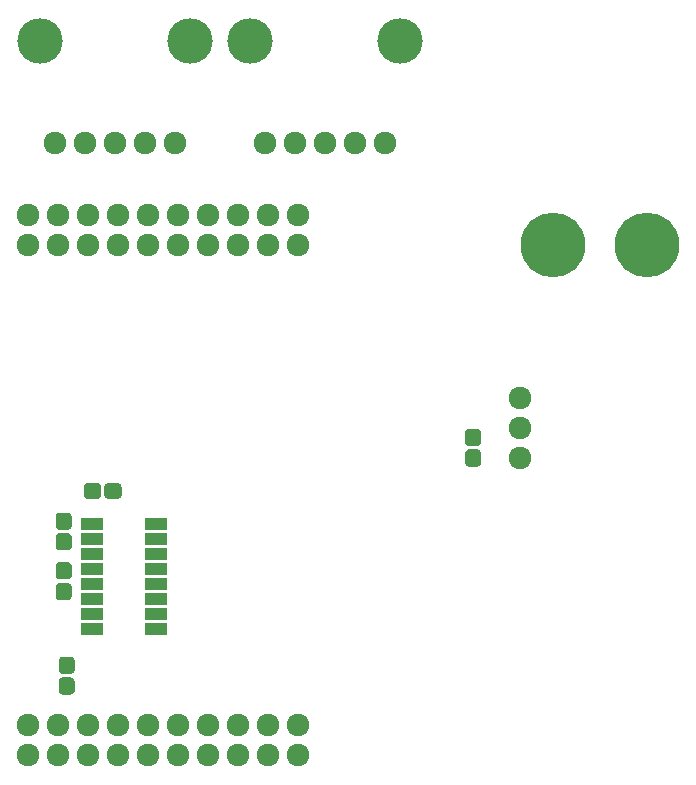
<source format=gbr>
G04 #@! TF.GenerationSoftware,KiCad,Pcbnew,(5.0.0)*
G04 #@! TF.CreationDate,2018-10-03T21:51:45-05:00*
G04 #@! TF.ProjectId,DriveBoard_Hardware,4472697665426F6172645F4861726477,rev?*
G04 #@! TF.SameCoordinates,Original*
G04 #@! TF.FileFunction,Soldermask,Top*
G04 #@! TF.FilePolarity,Negative*
%FSLAX46Y46*%
G04 Gerber Fmt 4.6, Leading zero omitted, Abs format (unit mm)*
G04 Created by KiCad (PCBNEW (5.0.0)) date 10/03/18 21:51:45*
%MOMM*%
%LPD*%
G01*
G04 APERTURE LIST*
%ADD10R,1.900000X1.000000*%
%ADD11C,0.100000*%
%ADD12C,1.350000*%
%ADD13C,5.480000*%
%ADD14C,1.924000*%
%ADD15C,3.850000*%
%ADD16C,1.920000*%
G04 APERTURE END LIST*
D10*
G04 #@! TO.C,U2*
X180942000Y-122428000D03*
X180942000Y-123698000D03*
X180942000Y-124968000D03*
X180942000Y-126238000D03*
X180942000Y-127508000D03*
X180942000Y-128778000D03*
X180942000Y-130048000D03*
X180942000Y-131318000D03*
X186342000Y-131318000D03*
X186342000Y-130048000D03*
X186342000Y-128778000D03*
X186342000Y-127508000D03*
X186342000Y-126238000D03*
X186342000Y-124968000D03*
X186342000Y-123698000D03*
X186342000Y-122428000D03*
G04 #@! TD*
D11*
G04 #@! TO.C,C1*
G36*
X183159581Y-118960625D02*
X183192343Y-118965485D01*
X183224471Y-118973533D01*
X183255656Y-118984691D01*
X183285596Y-118998852D01*
X183314005Y-119015879D01*
X183340608Y-119035609D01*
X183365149Y-119057851D01*
X183387391Y-119082392D01*
X183407121Y-119108995D01*
X183424148Y-119137404D01*
X183438309Y-119167344D01*
X183449467Y-119198529D01*
X183457515Y-119230657D01*
X183462375Y-119263419D01*
X183464000Y-119296500D01*
X183464000Y-119971500D01*
X183462375Y-120004581D01*
X183457515Y-120037343D01*
X183449467Y-120069471D01*
X183438309Y-120100656D01*
X183424148Y-120130596D01*
X183407121Y-120159005D01*
X183387391Y-120185608D01*
X183365149Y-120210149D01*
X183340608Y-120232391D01*
X183314005Y-120252121D01*
X183285596Y-120269148D01*
X183255656Y-120283309D01*
X183224471Y-120294467D01*
X183192343Y-120302515D01*
X183159581Y-120307375D01*
X183126500Y-120309000D01*
X182351500Y-120309000D01*
X182318419Y-120307375D01*
X182285657Y-120302515D01*
X182253529Y-120294467D01*
X182222344Y-120283309D01*
X182192404Y-120269148D01*
X182163995Y-120252121D01*
X182137392Y-120232391D01*
X182112851Y-120210149D01*
X182090609Y-120185608D01*
X182070879Y-120159005D01*
X182053852Y-120130596D01*
X182039691Y-120100656D01*
X182028533Y-120069471D01*
X182020485Y-120037343D01*
X182015625Y-120004581D01*
X182014000Y-119971500D01*
X182014000Y-119296500D01*
X182015625Y-119263419D01*
X182020485Y-119230657D01*
X182028533Y-119198529D01*
X182039691Y-119167344D01*
X182053852Y-119137404D01*
X182070879Y-119108995D01*
X182090609Y-119082392D01*
X182112851Y-119057851D01*
X182137392Y-119035609D01*
X182163995Y-119015879D01*
X182192404Y-118998852D01*
X182222344Y-118984691D01*
X182253529Y-118973533D01*
X182285657Y-118965485D01*
X182318419Y-118960625D01*
X182351500Y-118959000D01*
X183126500Y-118959000D01*
X183159581Y-118960625D01*
X183159581Y-118960625D01*
G37*
D12*
X182739000Y-119634000D03*
D11*
G36*
X181409581Y-118960625D02*
X181442343Y-118965485D01*
X181474471Y-118973533D01*
X181505656Y-118984691D01*
X181535596Y-118998852D01*
X181564005Y-119015879D01*
X181590608Y-119035609D01*
X181615149Y-119057851D01*
X181637391Y-119082392D01*
X181657121Y-119108995D01*
X181674148Y-119137404D01*
X181688309Y-119167344D01*
X181699467Y-119198529D01*
X181707515Y-119230657D01*
X181712375Y-119263419D01*
X181714000Y-119296500D01*
X181714000Y-119971500D01*
X181712375Y-120004581D01*
X181707515Y-120037343D01*
X181699467Y-120069471D01*
X181688309Y-120100656D01*
X181674148Y-120130596D01*
X181657121Y-120159005D01*
X181637391Y-120185608D01*
X181615149Y-120210149D01*
X181590608Y-120232391D01*
X181564005Y-120252121D01*
X181535596Y-120269148D01*
X181505656Y-120283309D01*
X181474471Y-120294467D01*
X181442343Y-120302515D01*
X181409581Y-120307375D01*
X181376500Y-120309000D01*
X180601500Y-120309000D01*
X180568419Y-120307375D01*
X180535657Y-120302515D01*
X180503529Y-120294467D01*
X180472344Y-120283309D01*
X180442404Y-120269148D01*
X180413995Y-120252121D01*
X180387392Y-120232391D01*
X180362851Y-120210149D01*
X180340609Y-120185608D01*
X180320879Y-120159005D01*
X180303852Y-120130596D01*
X180289691Y-120100656D01*
X180278533Y-120069471D01*
X180270485Y-120037343D01*
X180265625Y-120004581D01*
X180264000Y-119971500D01*
X180264000Y-119296500D01*
X180265625Y-119263419D01*
X180270485Y-119230657D01*
X180278533Y-119198529D01*
X180289691Y-119167344D01*
X180303852Y-119137404D01*
X180320879Y-119108995D01*
X180340609Y-119082392D01*
X180362851Y-119057851D01*
X180387392Y-119035609D01*
X180413995Y-119015879D01*
X180442404Y-118998852D01*
X180472344Y-118984691D01*
X180503529Y-118973533D01*
X180535657Y-118965485D01*
X180568419Y-118960625D01*
X180601500Y-118959000D01*
X181376500Y-118959000D01*
X181409581Y-118960625D01*
X181409581Y-118960625D01*
G37*
D12*
X180989000Y-119634000D03*
G04 #@! TD*
D11*
G04 #@! TO.C,C2*
G36*
X179186581Y-135420625D02*
X179219343Y-135425485D01*
X179251471Y-135433533D01*
X179282656Y-135444691D01*
X179312596Y-135458852D01*
X179341005Y-135475879D01*
X179367608Y-135495609D01*
X179392149Y-135517851D01*
X179414391Y-135542392D01*
X179434121Y-135568995D01*
X179451148Y-135597404D01*
X179465309Y-135627344D01*
X179476467Y-135658529D01*
X179484515Y-135690657D01*
X179489375Y-135723419D01*
X179491000Y-135756500D01*
X179491000Y-136531500D01*
X179489375Y-136564581D01*
X179484515Y-136597343D01*
X179476467Y-136629471D01*
X179465309Y-136660656D01*
X179451148Y-136690596D01*
X179434121Y-136719005D01*
X179414391Y-136745608D01*
X179392149Y-136770149D01*
X179367608Y-136792391D01*
X179341005Y-136812121D01*
X179312596Y-136829148D01*
X179282656Y-136843309D01*
X179251471Y-136854467D01*
X179219343Y-136862515D01*
X179186581Y-136867375D01*
X179153500Y-136869000D01*
X178478500Y-136869000D01*
X178445419Y-136867375D01*
X178412657Y-136862515D01*
X178380529Y-136854467D01*
X178349344Y-136843309D01*
X178319404Y-136829148D01*
X178290995Y-136812121D01*
X178264392Y-136792391D01*
X178239851Y-136770149D01*
X178217609Y-136745608D01*
X178197879Y-136719005D01*
X178180852Y-136690596D01*
X178166691Y-136660656D01*
X178155533Y-136629471D01*
X178147485Y-136597343D01*
X178142625Y-136564581D01*
X178141000Y-136531500D01*
X178141000Y-135756500D01*
X178142625Y-135723419D01*
X178147485Y-135690657D01*
X178155533Y-135658529D01*
X178166691Y-135627344D01*
X178180852Y-135597404D01*
X178197879Y-135568995D01*
X178217609Y-135542392D01*
X178239851Y-135517851D01*
X178264392Y-135495609D01*
X178290995Y-135475879D01*
X178319404Y-135458852D01*
X178349344Y-135444691D01*
X178380529Y-135433533D01*
X178412657Y-135425485D01*
X178445419Y-135420625D01*
X178478500Y-135419000D01*
X179153500Y-135419000D01*
X179186581Y-135420625D01*
X179186581Y-135420625D01*
G37*
D12*
X178816000Y-136144000D03*
D11*
G36*
X179186581Y-133670625D02*
X179219343Y-133675485D01*
X179251471Y-133683533D01*
X179282656Y-133694691D01*
X179312596Y-133708852D01*
X179341005Y-133725879D01*
X179367608Y-133745609D01*
X179392149Y-133767851D01*
X179414391Y-133792392D01*
X179434121Y-133818995D01*
X179451148Y-133847404D01*
X179465309Y-133877344D01*
X179476467Y-133908529D01*
X179484515Y-133940657D01*
X179489375Y-133973419D01*
X179491000Y-134006500D01*
X179491000Y-134781500D01*
X179489375Y-134814581D01*
X179484515Y-134847343D01*
X179476467Y-134879471D01*
X179465309Y-134910656D01*
X179451148Y-134940596D01*
X179434121Y-134969005D01*
X179414391Y-134995608D01*
X179392149Y-135020149D01*
X179367608Y-135042391D01*
X179341005Y-135062121D01*
X179312596Y-135079148D01*
X179282656Y-135093309D01*
X179251471Y-135104467D01*
X179219343Y-135112515D01*
X179186581Y-135117375D01*
X179153500Y-135119000D01*
X178478500Y-135119000D01*
X178445419Y-135117375D01*
X178412657Y-135112515D01*
X178380529Y-135104467D01*
X178349344Y-135093309D01*
X178319404Y-135079148D01*
X178290995Y-135062121D01*
X178264392Y-135042391D01*
X178239851Y-135020149D01*
X178217609Y-134995608D01*
X178197879Y-134969005D01*
X178180852Y-134940596D01*
X178166691Y-134910656D01*
X178155533Y-134879471D01*
X178147485Y-134847343D01*
X178142625Y-134814581D01*
X178141000Y-134781500D01*
X178141000Y-134006500D01*
X178142625Y-133973419D01*
X178147485Y-133940657D01*
X178155533Y-133908529D01*
X178166691Y-133877344D01*
X178180852Y-133847404D01*
X178197879Y-133818995D01*
X178217609Y-133792392D01*
X178239851Y-133767851D01*
X178264392Y-133745609D01*
X178290995Y-133725879D01*
X178319404Y-133708852D01*
X178349344Y-133694691D01*
X178380529Y-133683533D01*
X178412657Y-133675485D01*
X178445419Y-133670625D01*
X178478500Y-133669000D01*
X179153500Y-133669000D01*
X179186581Y-133670625D01*
X179186581Y-133670625D01*
G37*
D12*
X178816000Y-134394000D03*
G04 #@! TD*
D11*
G04 #@! TO.C,C3*
G36*
X213603581Y-114366625D02*
X213636343Y-114371485D01*
X213668471Y-114379533D01*
X213699656Y-114390691D01*
X213729596Y-114404852D01*
X213758005Y-114421879D01*
X213784608Y-114441609D01*
X213809149Y-114463851D01*
X213831391Y-114488392D01*
X213851121Y-114514995D01*
X213868148Y-114543404D01*
X213882309Y-114573344D01*
X213893467Y-114604529D01*
X213901515Y-114636657D01*
X213906375Y-114669419D01*
X213908000Y-114702500D01*
X213908000Y-115477500D01*
X213906375Y-115510581D01*
X213901515Y-115543343D01*
X213893467Y-115575471D01*
X213882309Y-115606656D01*
X213868148Y-115636596D01*
X213851121Y-115665005D01*
X213831391Y-115691608D01*
X213809149Y-115716149D01*
X213784608Y-115738391D01*
X213758005Y-115758121D01*
X213729596Y-115775148D01*
X213699656Y-115789309D01*
X213668471Y-115800467D01*
X213636343Y-115808515D01*
X213603581Y-115813375D01*
X213570500Y-115815000D01*
X212895500Y-115815000D01*
X212862419Y-115813375D01*
X212829657Y-115808515D01*
X212797529Y-115800467D01*
X212766344Y-115789309D01*
X212736404Y-115775148D01*
X212707995Y-115758121D01*
X212681392Y-115738391D01*
X212656851Y-115716149D01*
X212634609Y-115691608D01*
X212614879Y-115665005D01*
X212597852Y-115636596D01*
X212583691Y-115606656D01*
X212572533Y-115575471D01*
X212564485Y-115543343D01*
X212559625Y-115510581D01*
X212558000Y-115477500D01*
X212558000Y-114702500D01*
X212559625Y-114669419D01*
X212564485Y-114636657D01*
X212572533Y-114604529D01*
X212583691Y-114573344D01*
X212597852Y-114543404D01*
X212614879Y-114514995D01*
X212634609Y-114488392D01*
X212656851Y-114463851D01*
X212681392Y-114441609D01*
X212707995Y-114421879D01*
X212736404Y-114404852D01*
X212766344Y-114390691D01*
X212797529Y-114379533D01*
X212829657Y-114371485D01*
X212862419Y-114366625D01*
X212895500Y-114365000D01*
X213570500Y-114365000D01*
X213603581Y-114366625D01*
X213603581Y-114366625D01*
G37*
D12*
X213233000Y-115090000D03*
D11*
G36*
X213603581Y-116116625D02*
X213636343Y-116121485D01*
X213668471Y-116129533D01*
X213699656Y-116140691D01*
X213729596Y-116154852D01*
X213758005Y-116171879D01*
X213784608Y-116191609D01*
X213809149Y-116213851D01*
X213831391Y-116238392D01*
X213851121Y-116264995D01*
X213868148Y-116293404D01*
X213882309Y-116323344D01*
X213893467Y-116354529D01*
X213901515Y-116386657D01*
X213906375Y-116419419D01*
X213908000Y-116452500D01*
X213908000Y-117227500D01*
X213906375Y-117260581D01*
X213901515Y-117293343D01*
X213893467Y-117325471D01*
X213882309Y-117356656D01*
X213868148Y-117386596D01*
X213851121Y-117415005D01*
X213831391Y-117441608D01*
X213809149Y-117466149D01*
X213784608Y-117488391D01*
X213758005Y-117508121D01*
X213729596Y-117525148D01*
X213699656Y-117539309D01*
X213668471Y-117550467D01*
X213636343Y-117558515D01*
X213603581Y-117563375D01*
X213570500Y-117565000D01*
X212895500Y-117565000D01*
X212862419Y-117563375D01*
X212829657Y-117558515D01*
X212797529Y-117550467D01*
X212766344Y-117539309D01*
X212736404Y-117525148D01*
X212707995Y-117508121D01*
X212681392Y-117488391D01*
X212656851Y-117466149D01*
X212634609Y-117441608D01*
X212614879Y-117415005D01*
X212597852Y-117386596D01*
X212583691Y-117356656D01*
X212572533Y-117325471D01*
X212564485Y-117293343D01*
X212559625Y-117260581D01*
X212558000Y-117227500D01*
X212558000Y-116452500D01*
X212559625Y-116419419D01*
X212564485Y-116386657D01*
X212572533Y-116354529D01*
X212583691Y-116323344D01*
X212597852Y-116293404D01*
X212614879Y-116264995D01*
X212634609Y-116238392D01*
X212656851Y-116213851D01*
X212681392Y-116191609D01*
X212707995Y-116171879D01*
X212736404Y-116154852D01*
X212766344Y-116140691D01*
X212797529Y-116129533D01*
X212829657Y-116121485D01*
X212862419Y-116116625D01*
X212895500Y-116115000D01*
X213570500Y-116115000D01*
X213603581Y-116116625D01*
X213603581Y-116116625D01*
G37*
D12*
X213233000Y-116840000D03*
G04 #@! TD*
D11*
G04 #@! TO.C,C4*
G36*
X178932581Y-121464625D02*
X178965343Y-121469485D01*
X178997471Y-121477533D01*
X179028656Y-121488691D01*
X179058596Y-121502852D01*
X179087005Y-121519879D01*
X179113608Y-121539609D01*
X179138149Y-121561851D01*
X179160391Y-121586392D01*
X179180121Y-121612995D01*
X179197148Y-121641404D01*
X179211309Y-121671344D01*
X179222467Y-121702529D01*
X179230515Y-121734657D01*
X179235375Y-121767419D01*
X179237000Y-121800500D01*
X179237000Y-122575500D01*
X179235375Y-122608581D01*
X179230515Y-122641343D01*
X179222467Y-122673471D01*
X179211309Y-122704656D01*
X179197148Y-122734596D01*
X179180121Y-122763005D01*
X179160391Y-122789608D01*
X179138149Y-122814149D01*
X179113608Y-122836391D01*
X179087005Y-122856121D01*
X179058596Y-122873148D01*
X179028656Y-122887309D01*
X178997471Y-122898467D01*
X178965343Y-122906515D01*
X178932581Y-122911375D01*
X178899500Y-122913000D01*
X178224500Y-122913000D01*
X178191419Y-122911375D01*
X178158657Y-122906515D01*
X178126529Y-122898467D01*
X178095344Y-122887309D01*
X178065404Y-122873148D01*
X178036995Y-122856121D01*
X178010392Y-122836391D01*
X177985851Y-122814149D01*
X177963609Y-122789608D01*
X177943879Y-122763005D01*
X177926852Y-122734596D01*
X177912691Y-122704656D01*
X177901533Y-122673471D01*
X177893485Y-122641343D01*
X177888625Y-122608581D01*
X177887000Y-122575500D01*
X177887000Y-121800500D01*
X177888625Y-121767419D01*
X177893485Y-121734657D01*
X177901533Y-121702529D01*
X177912691Y-121671344D01*
X177926852Y-121641404D01*
X177943879Y-121612995D01*
X177963609Y-121586392D01*
X177985851Y-121561851D01*
X178010392Y-121539609D01*
X178036995Y-121519879D01*
X178065404Y-121502852D01*
X178095344Y-121488691D01*
X178126529Y-121477533D01*
X178158657Y-121469485D01*
X178191419Y-121464625D01*
X178224500Y-121463000D01*
X178899500Y-121463000D01*
X178932581Y-121464625D01*
X178932581Y-121464625D01*
G37*
D12*
X178562000Y-122188000D03*
D11*
G36*
X178932581Y-123214625D02*
X178965343Y-123219485D01*
X178997471Y-123227533D01*
X179028656Y-123238691D01*
X179058596Y-123252852D01*
X179087005Y-123269879D01*
X179113608Y-123289609D01*
X179138149Y-123311851D01*
X179160391Y-123336392D01*
X179180121Y-123362995D01*
X179197148Y-123391404D01*
X179211309Y-123421344D01*
X179222467Y-123452529D01*
X179230515Y-123484657D01*
X179235375Y-123517419D01*
X179237000Y-123550500D01*
X179237000Y-124325500D01*
X179235375Y-124358581D01*
X179230515Y-124391343D01*
X179222467Y-124423471D01*
X179211309Y-124454656D01*
X179197148Y-124484596D01*
X179180121Y-124513005D01*
X179160391Y-124539608D01*
X179138149Y-124564149D01*
X179113608Y-124586391D01*
X179087005Y-124606121D01*
X179058596Y-124623148D01*
X179028656Y-124637309D01*
X178997471Y-124648467D01*
X178965343Y-124656515D01*
X178932581Y-124661375D01*
X178899500Y-124663000D01*
X178224500Y-124663000D01*
X178191419Y-124661375D01*
X178158657Y-124656515D01*
X178126529Y-124648467D01*
X178095344Y-124637309D01*
X178065404Y-124623148D01*
X178036995Y-124606121D01*
X178010392Y-124586391D01*
X177985851Y-124564149D01*
X177963609Y-124539608D01*
X177943879Y-124513005D01*
X177926852Y-124484596D01*
X177912691Y-124454656D01*
X177901533Y-124423471D01*
X177893485Y-124391343D01*
X177888625Y-124358581D01*
X177887000Y-124325500D01*
X177887000Y-123550500D01*
X177888625Y-123517419D01*
X177893485Y-123484657D01*
X177901533Y-123452529D01*
X177912691Y-123421344D01*
X177926852Y-123391404D01*
X177943879Y-123362995D01*
X177963609Y-123336392D01*
X177985851Y-123311851D01*
X178010392Y-123289609D01*
X178036995Y-123269879D01*
X178065404Y-123252852D01*
X178095344Y-123238691D01*
X178126529Y-123227533D01*
X178158657Y-123219485D01*
X178191419Y-123214625D01*
X178224500Y-123213000D01*
X178899500Y-123213000D01*
X178932581Y-123214625D01*
X178932581Y-123214625D01*
G37*
D12*
X178562000Y-123938000D03*
G04 #@! TD*
D11*
G04 #@! TO.C,C5*
G36*
X178932581Y-127419625D02*
X178965343Y-127424485D01*
X178997471Y-127432533D01*
X179028656Y-127443691D01*
X179058596Y-127457852D01*
X179087005Y-127474879D01*
X179113608Y-127494609D01*
X179138149Y-127516851D01*
X179160391Y-127541392D01*
X179180121Y-127567995D01*
X179197148Y-127596404D01*
X179211309Y-127626344D01*
X179222467Y-127657529D01*
X179230515Y-127689657D01*
X179235375Y-127722419D01*
X179237000Y-127755500D01*
X179237000Y-128530500D01*
X179235375Y-128563581D01*
X179230515Y-128596343D01*
X179222467Y-128628471D01*
X179211309Y-128659656D01*
X179197148Y-128689596D01*
X179180121Y-128718005D01*
X179160391Y-128744608D01*
X179138149Y-128769149D01*
X179113608Y-128791391D01*
X179087005Y-128811121D01*
X179058596Y-128828148D01*
X179028656Y-128842309D01*
X178997471Y-128853467D01*
X178965343Y-128861515D01*
X178932581Y-128866375D01*
X178899500Y-128868000D01*
X178224500Y-128868000D01*
X178191419Y-128866375D01*
X178158657Y-128861515D01*
X178126529Y-128853467D01*
X178095344Y-128842309D01*
X178065404Y-128828148D01*
X178036995Y-128811121D01*
X178010392Y-128791391D01*
X177985851Y-128769149D01*
X177963609Y-128744608D01*
X177943879Y-128718005D01*
X177926852Y-128689596D01*
X177912691Y-128659656D01*
X177901533Y-128628471D01*
X177893485Y-128596343D01*
X177888625Y-128563581D01*
X177887000Y-128530500D01*
X177887000Y-127755500D01*
X177888625Y-127722419D01*
X177893485Y-127689657D01*
X177901533Y-127657529D01*
X177912691Y-127626344D01*
X177926852Y-127596404D01*
X177943879Y-127567995D01*
X177963609Y-127541392D01*
X177985851Y-127516851D01*
X178010392Y-127494609D01*
X178036995Y-127474879D01*
X178065404Y-127457852D01*
X178095344Y-127443691D01*
X178126529Y-127432533D01*
X178158657Y-127424485D01*
X178191419Y-127419625D01*
X178224500Y-127418000D01*
X178899500Y-127418000D01*
X178932581Y-127419625D01*
X178932581Y-127419625D01*
G37*
D12*
X178562000Y-128143000D03*
D11*
G36*
X178932581Y-125669625D02*
X178965343Y-125674485D01*
X178997471Y-125682533D01*
X179028656Y-125693691D01*
X179058596Y-125707852D01*
X179087005Y-125724879D01*
X179113608Y-125744609D01*
X179138149Y-125766851D01*
X179160391Y-125791392D01*
X179180121Y-125817995D01*
X179197148Y-125846404D01*
X179211309Y-125876344D01*
X179222467Y-125907529D01*
X179230515Y-125939657D01*
X179235375Y-125972419D01*
X179237000Y-126005500D01*
X179237000Y-126780500D01*
X179235375Y-126813581D01*
X179230515Y-126846343D01*
X179222467Y-126878471D01*
X179211309Y-126909656D01*
X179197148Y-126939596D01*
X179180121Y-126968005D01*
X179160391Y-126994608D01*
X179138149Y-127019149D01*
X179113608Y-127041391D01*
X179087005Y-127061121D01*
X179058596Y-127078148D01*
X179028656Y-127092309D01*
X178997471Y-127103467D01*
X178965343Y-127111515D01*
X178932581Y-127116375D01*
X178899500Y-127118000D01*
X178224500Y-127118000D01*
X178191419Y-127116375D01*
X178158657Y-127111515D01*
X178126529Y-127103467D01*
X178095344Y-127092309D01*
X178065404Y-127078148D01*
X178036995Y-127061121D01*
X178010392Y-127041391D01*
X177985851Y-127019149D01*
X177963609Y-126994608D01*
X177943879Y-126968005D01*
X177926852Y-126939596D01*
X177912691Y-126909656D01*
X177901533Y-126878471D01*
X177893485Y-126846343D01*
X177888625Y-126813581D01*
X177887000Y-126780500D01*
X177887000Y-126005500D01*
X177888625Y-125972419D01*
X177893485Y-125939657D01*
X177901533Y-125907529D01*
X177912691Y-125876344D01*
X177926852Y-125846404D01*
X177943879Y-125817995D01*
X177963609Y-125791392D01*
X177985851Y-125766851D01*
X178010392Y-125744609D01*
X178036995Y-125724879D01*
X178065404Y-125707852D01*
X178095344Y-125693691D01*
X178126529Y-125682533D01*
X178158657Y-125674485D01*
X178191419Y-125669625D01*
X178224500Y-125668000D01*
X178899500Y-125668000D01*
X178932581Y-125669625D01*
X178932581Y-125669625D01*
G37*
D12*
X178562000Y-126393000D03*
G04 #@! TD*
D13*
G04 #@! TO.C,Conn1*
X219963000Y-98831400D03*
X227964000Y-98831400D03*
G04 #@! TD*
D14*
G04 #@! TO.C,Conn2*
X195580000Y-90170000D03*
X198120000Y-90170000D03*
X200660000Y-90170000D03*
X203200000Y-90170000D03*
X205740000Y-90170000D03*
D15*
X194310000Y-81534000D03*
X207010000Y-81534000D03*
G04 #@! TD*
G04 #@! TO.C,Conn3*
X189230000Y-81534000D03*
X176530000Y-81534000D03*
D14*
X187960000Y-90170000D03*
X185420000Y-90170000D03*
X182880000Y-90170000D03*
X180340000Y-90170000D03*
X177800000Y-90170000D03*
G04 #@! TD*
D16*
G04 #@! TO.C,U1*
X175539001Y-141985001D03*
X198399001Y-96265001D03*
X195859001Y-96265001D03*
X188239001Y-96265001D03*
X185699001Y-139445001D03*
X190779001Y-96265001D03*
X193319001Y-96265001D03*
X190779001Y-141985001D03*
X195859001Y-139445001D03*
X185699001Y-96265001D03*
X183159001Y-96265001D03*
X195859001Y-141985001D03*
X190779001Y-139445001D03*
X188239001Y-139445001D03*
X175539001Y-139445001D03*
X178079001Y-139445001D03*
X180619001Y-139445001D03*
X183159001Y-139445001D03*
X193319001Y-139445001D03*
X198399001Y-139445001D03*
X178079001Y-141985001D03*
X180619001Y-141985001D03*
X183159001Y-141985001D03*
X185699001Y-141985001D03*
X188239001Y-141985001D03*
X193319001Y-141985001D03*
X198399001Y-141985001D03*
X175539001Y-98805001D03*
X178079001Y-98805001D03*
X180619001Y-98805001D03*
X183159001Y-98805001D03*
X185699001Y-98805001D03*
X188239001Y-98805001D03*
X190779001Y-98805001D03*
X193319001Y-98805001D03*
X195859001Y-98805001D03*
X198399001Y-98805001D03*
X175539001Y-96265001D03*
X178079001Y-96265001D03*
X180619001Y-96265001D03*
G04 #@! TD*
D14*
G04 #@! TO.C,U3*
X217170000Y-116840000D03*
X217170000Y-114300000D03*
X217170000Y-111760000D03*
G04 #@! TD*
M02*

</source>
